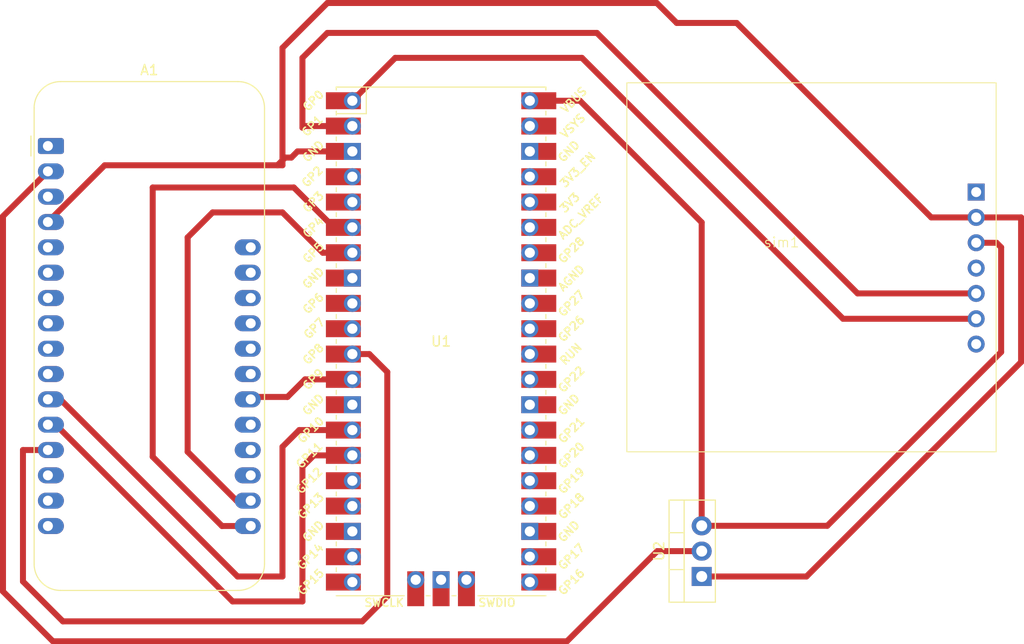
<source format=kicad_pcb>
(kicad_pcb (version 20240108) (generator "pcbnew") (generator_version "8.0")
  (layers (0 "F.Cu" signal) (31 "B.Cu" signal) (34 "B.Paste" user) (35 "F.Paste" user) (36 "B.SilkS" user "B.Silkscreen") (37 "F.SilkS" user "F.Silkscreen") (38 "B.Mask" user) (39 "F.Mask" user) (44 "Edge.Cuts" user))
  (net 0 "")
  (net 51 "Net-(A1-SCL)")
  (net 52 "Net-(A1-SDA)")
  (net 54 "Net-(A1-SCK)")
  (net 55 "Net-(A1-MISO)")
  (net 56 "Net-(A1-GND)")
  (net 57 "Net-(A1-3V3)")
  (net 58 "Net-(A1-MOSI)")
  (net 62 "Net-(U1-VBUS)")
  (net 63 "Net-(A1-D3)")
  (net 65 "Net-(U1-GPIO0)")
  (net 66 "Net-(U1-GPIO1)")
  (footprint "Module:Adafruit_Feather" (layer "F.Cu") (at 62.5 40.84)
    (property "Reference" "A1" (at 10.16 -7.62 0) (layer "F.SilkS"))
    (property "Value" "Adafruit_Feather_Generic")
    (fp_line (start -1.7 1) (end -1.7 -1) (stroke (width 0.12)) (layer "F.SilkS"))
    (fp_line (start -1.38 -3.81) (end -1.38 41.91) (stroke (width 0.12)) (layer "F.SilkS"))
    (fp_line (start 19.05 -6.46) (end 1.27 -6.46) (stroke (width 0.12)) (layer "F.SilkS"))
    (fp_line (start 19.05 44.56) (end 1.27 44.56) (stroke (width 0.12)) (layer "F.SilkS"))
    (fp_line (start 21.7 -3.81) (end 21.7 41.91) (stroke (width 0.12)) (layer "F.SilkS"))
    (fp_arc (start -1.38 -3.81) (mid -0.603833 -5.683833) (end 1.27 -6.46) (stroke (width 0.12)) (layer "F.SilkS"))
    (fp_arc (start 1.27 44.56) (mid -0.603833 43.783833) (end -1.38 41.91) (stroke (width 0.12)) (layer "F.SilkS"))
    (fp_arc (start 19.05 -6.46) (mid 20.923833 -5.683833) (end 21.7 -3.81) (stroke (width 0.12)) (layer "F.SilkS"))
    (fp_arc (start 21.7 41.91) (mid 20.923833 43.783833) (end 19.05 44.56) (stroke (width 0.12)) (layer "F.SilkS"))
    (pad "1" thru_hole roundrect (at 0 0) (size 2.6 1.6) (drill 1 (offset 0.3 0)) (layers "*.Cu" "*.Mask") (roundrect_rratio 0.15625))
    (pad "2" thru_hole oval (at 0 2.54) (size 2.6 1.6) (drill 1 (offset 0.3 0)) (layers "*.Cu" "*.Mask") (net 57 "Net-(A1-3V3)"))
    (pad "3" thru_hole oval (at 0 5.08) (size 2.6 1.6) (drill 1 (offset 0.3 0)) (layers "*.Cu" "*.Mask"))
    (pad "4" thru_hole oval (at 0 7.62) (size 2.6 1.6) (drill 1 (offset 0.3 0)) (layers "*.Cu" "*.Mask") (net 56 "Net-(A1-GND)"))
    (pad "5" thru_hole oval (at 0 10.16) (size 2.6 1.6) (drill 1 (offset 0.3 0)) (layers "*.Cu" "*.Mask"))
    (pad "6" thru_hole oval (at 0 12.7) (size 2.6 1.6) (drill 1 (offset 0.3 0)) (layers "*.Cu" "*.Mask"))
    (pad "7" thru_hole oval (at 0 15.24) (size 2.6 1.6) (drill 1 (offset 0.3 0)) (layers "*.Cu" "*.Mask"))
    (pad "8" thru_hole oval (at 0 17.78) (size 2.6 1.6) (drill 1 (offset 0.3 0)) (layers "*.Cu" "*.Mask"))
    (pad "9" thru_hole oval (at 0 20.32) (size 2.6 1.6) (drill 1 (offset 0.3 0)) (layers "*.Cu" "*.Mask"))
    (pad "10" thru_hole oval (at 0 22.86) (size 2.6 1.6) (drill 1 (offset 0.3 0)) (layers "*.Cu" "*.Mask"))
    (pad "11" thru_hole oval (at 0 25.4) (size 2.6 1.6) (drill 1 (offset 0.3 0)) (layers "*.Cu" "*.Mask") (net 54 "Net-(A1-SCK)"))
    (pad "12" thru_hole oval (at 0 27.94) (size 2.6 1.6) (drill 1 (offset 0.3 0)) (layers "*.Cu" "*.Mask") (net 58 "Net-(A1-MOSI)"))
    (pad "13" thru_hole oval (at 0 30.48) (size 2.6 1.6) (drill 1 (offset 0.3 0)) (layers "*.Cu" "*.Mask") (net 55 "Net-(A1-MISO)"))
    (pad "14" thru_hole oval (at 0 33.02) (size 2.6 1.6) (drill 1 (offset 0.3 0)) (layers "*.Cu" "*.Mask"))
    (pad "15" thru_hole oval (at 0 35.56) (size 2.6 1.6) (drill 1 (offset 0.3 0)) (layers "*.Cu" "*.Mask"))
    (pad "16" thru_hole oval (at 0 38.1) (size 2.6 1.6) (drill 1 (offset 0.3 0)) (layers "*.Cu" "*.Mask"))
    (pad "17" thru_hole oval (at 20.32 38.1 180) (size 2.6 1.6) (drill 1 (offset 0.3 0)) (layers "*.Cu" "*.Mask") (net 52 "Net-(A1-SDA)"))
    (pad "18" thru_hole oval (at 20.32 35.56 180) (size 2.6 1.6) (drill 1 (offset 0.3 0)) (layers "*.Cu" "*.Mask") (net 51 "Net-(A1-SCL)"))
    (pad "19" thru_hole oval (at 20.32 33.02 180) (size 2.6 1.6) (drill 1 (offset 0.3 0)) (layers "*.Cu" "*.Mask"))
    (pad "20" thru_hole oval (at 20.32 30.48 180) (size 2.6 1.6) (drill 1 (offset 0.3 0)) (layers "*.Cu" "*.Mask"))
    (pad "21" thru_hole oval (at 20.32 27.94 180) (size 2.6 1.6) (drill 1 (offset 0.3 0)) (layers "*.Cu" "*.Mask"))
    (pad "22" thru_hole oval (at 20.32 25.4 180) (size 2.6 1.6) (drill 1 (offset 0.3 0)) (layers "*.Cu" "*.Mask") (net 63 "Net-(A1-D3)"))
    (pad "23" thru_hole oval (at 20.32 22.86 180) (size 2.6 1.6) (drill 1 (offset 0.3 0)) (layers "*.Cu" "*.Mask"))
    (pad "24" thru_hole oval (at 20.32 20.32 180) (size 2.6 1.6) (drill 1 (offset 0.3 0)) (layers "*.Cu" "*.Mask"))
    (pad "25" thru_hole oval (at 20.32 17.78 180) (size 2.6 1.6) (drill 1 (offset 0.3 0)) (layers "*.Cu" "*.Mask"))
    (pad "26" thru_hole oval (at 20.32 15.24 180) (size 2.6 1.6) (drill 1 (offset 0.3 0)) (layers "*.Cu" "*.Mask"))
    (pad "27" thru_hole oval (at 20.32 12.7 180) (size 2.6 1.6) (drill 1 (offset 0.3 0)) (layers "*.Cu" "*.Mask"))
    (pad "28" thru_hole oval (at 20.32 10.16 180) (size 2.6 1.6) (drill 1 (offset 0.3 0)) (layers "*.Cu" "*.Mask"))
  )
  (footprint "Package_TO_SOT_THT:TO-220-3_Vertical" (layer "F.Cu") (at 128 84 90)
    (property "Reference" "U2" (at 2.54 -4.27 90) (layer "F.SilkS"))
    (property "Value" "LM1117T-3.3")
    (fp_line (start 7.66 -3.27) (end 7.66 1.371) (stroke (width 0.12)) (layer "F.SilkS"))
    (fp_line (start 4.391 -3.27) (end 4.391 -1.76) (stroke (width 0.12)) (layer "F.SilkS"))
    (fp_line (start 0.69 -3.27) (end 0.69 -1.76) (stroke (width 0.12)) (layer "F.SilkS"))
    (fp_line (start -2.58 -3.27) (end 7.66 -3.27) (stroke (width 0.12)) (layer "F.SilkS"))
    (fp_line (start -2.58 -3.27) (end -2.58 1.371) (stroke (width 0.12)) (layer "F.SilkS"))
    (fp_line (start -2.58 -1.76) (end 7.66 -1.76) (stroke (width 0.12)) (layer "F.SilkS"))
    (fp_line (start -2.58 1.371) (end 7.66 1.371) (stroke (width 0.12)) (layer "F.SilkS"))
    (pad "1" thru_hole rect (at 0 0 90) (size 1.905 2) (drill 1.1) (layers "*.Cu" "*.Mask") (net 56 "Net-(A1-GND)"))
    (pad "2" thru_hole oval (at 2.54 0 90) (size 1.905 2) (drill 1.1) (layers "*.Cu" "*.Mask") (net 57 "Net-(A1-3V3)"))
    (pad "3" thru_hole oval (at 5.08 0 90) (size 1.905 2) (drill 1.1) (layers "*.Cu" "*.Mask") (net 62 "Net-(U1-VBUS)"))
  )
  (footprint "RPi_Pico:RPi_Pico_SMD_TH" (layer "F.Cu") (at 101.89 60.43)
    (property "Reference" "U1" (at 0 0 0) (layer "F.SilkS"))
    (property "Value" "Pico")
    (fp_line (start -10.5 -25.5) (end -10.5 -25.2) (stroke (width 0.12)) (layer "F.SilkS"))
    (fp_line (start -10.5 -25.5) (end 10.5 -25.5) (stroke (width 0.12)) (layer "F.SilkS"))
    (fp_line (start -10.5 -23.1) (end -10.5 -22.7) (stroke (width 0.12)) (layer "F.SilkS"))
    (fp_line (start -10.5 -22.833) (end -7.493 -22.833) (stroke (width 0.12)) (layer "F.SilkS"))
    (fp_line (start -10.5 -20.5) (end -10.5 -20.1) (stroke (width 0.12)) (layer "F.SilkS"))
    (fp_line (start -10.5 -18) (end -10.5 -17.6) (stroke (width 0.12)) (layer "F.SilkS"))
    (fp_line (start -10.5 -15.4) (end -10.5 -15) (stroke (width 0.12)) (layer "F.SilkS"))
    (fp_line (start -10.5 -12.9) (end -10.5 -12.5) (stroke (width 0.12)) (layer "F.SilkS"))
    (fp_line (start -10.5 -10.4) (end -10.5 -10) (stroke (width 0.12)) (layer "F.SilkS"))
    (fp_line (start -10.5 -7.8) (end -10.5 -7.4) (stroke (width 0.12)) (layer "F.SilkS"))
    (fp_line (start -10.5 -5.3) (end -10.5 -4.9) (stroke (width 0.12)) (layer "F.SilkS"))
    (fp_line (start -10.5 -2.7) (end -10.5 -2.3) (stroke (width 0.12)) (layer "F.SilkS"))
    (fp_line (start -10.5 -0.2) (end -10.5 0.2) (stroke (width 0.12)) (layer "F.SilkS"))
    (fp_line (start -10.5 2.3) (end -10.5 2.7) (stroke (width 0.12)) (layer "F.SilkS"))
    (fp_line (start -10.5 4.9) (end -10.5 5.3) (stroke (width 0.12)) (layer "F.SilkS"))
    (fp_line (start -10.5 7.4) (end -10.5 7.8) (stroke (width 0.12)) (layer "F.SilkS"))
    (fp_line (start -10.5 10) (end -10.5 10.4) (stroke (width 0.12)) (layer "F.SilkS"))
    (fp_line (start -10.5 12.5) (end -10.5 12.9) (stroke (width 0.12)) (layer "F.SilkS"))
    (fp_line (start -10.5 15.1) (end -10.5 15.5) (stroke (width 0.12)) (layer "F.SilkS"))
    (fp_line (start -10.5 17.6) (end -10.5 18) (stroke (width 0.12)) (layer "F.SilkS"))
    (fp_line (start -10.5 20.1) (end -10.5 20.5) (stroke (width 0.12)) (layer "F.SilkS"))
    (fp_line (start -10.5 22.7) (end -10.5 23.1) (stroke (width 0.12)) (layer "F.SilkS"))
    (fp_line (start -7.493 -22.833) (end -7.493 -25.5) (stroke (width 0.12)) (layer "F.SilkS"))
    (fp_line (start -3.7 25.5) (end -10.5 25.5) (stroke (width 0.12)) (layer "F.SilkS"))
    (fp_line (start -1.5 25.5) (end -1.1 25.5) (stroke (width 0.12)) (layer "F.SilkS"))
    (fp_line (start 1.1 25.5) (end 1.5 25.5) (stroke (width 0.12)) (layer "F.SilkS"))
    (fp_line (start 10.5 -25.5) (end 10.5 -25.2) (stroke (width 0.12)) (layer "F.SilkS"))
    (fp_line (start 10.5 -23.1) (end 10.5 -22.7) (stroke (width 0.12)) (layer "F.SilkS"))
    (fp_line (start 10.5 -20.5) (end 10.5 -20.1) (stroke (width 0.12)) (layer "F.SilkS"))
    (fp_line (start 10.5 -18) (end 10.5 -17.6) (stroke (width 0.12)) (layer "F.SilkS"))
    (fp_line (start 10.5 -15.4) (end 10.5 -15) (stroke (width 0.12)) (layer "F.SilkS"))
    (fp_line (start 10.5 -12.9) (end 10.5 -12.5) (stroke (width 0.12)) (layer "F.SilkS"))
    (fp_line (start 10.5 -10.4) (end 10.5 -10) (stroke (width 0.12)) (layer "F.SilkS"))
    (fp_line (start 10.5 -7.8) (end 10.5 -7.4) (stroke (width 0.12)) (layer "F.SilkS"))
    (fp_line (start 10.5 -5.3) (end 10.5 -4.9) (stroke (width 0.12)) (layer "F.SilkS"))
    (fp_line (start 10.5 -2.7) (end 10.5 -2.3) (stroke (width 0.12)) (layer "F.SilkS"))
    (fp_line (start 10.5 -0.2) (end 10.5 0.2) (stroke (width 0.12)) (layer "F.SilkS"))
    (fp_line (start 10.5 2.3) (end 10.5 2.7) (stroke (width 0.12)) (layer "F.SilkS"))
    (fp_line (start 10.5 4.9) (end 10.5 5.3) (stroke (width 0.12)) (layer "F.SilkS"))
    (fp_line (start 10.5 7.4) (end 10.5 7.8) (stroke (width 0.12)) (layer "F.SilkS"))
    (fp_line (start 10.5 10) (end 10.5 10.4) (stroke (width 0.12)) (layer "F.SilkS"))
    (fp_line (start 10.5 12.5) (end 10.5 12.9) (stroke (width 0.12)) (layer "F.SilkS"))
    (fp_line (start 10.5 15.1) (end 10.5 15.5) (stroke (width 0.12)) (layer "F.SilkS"))
    (fp_line (start 10.5 17.6) (end 10.5 18) (stroke (width 0.12)) (layer "F.SilkS"))
    (fp_line (start 10.5 20.1) (end 10.5 20.5) (stroke (width 0.12)) (layer "F.SilkS"))
    (fp_line (start 10.5 22.7) (end 10.5 23.1) (stroke (width 0.12)) (layer "F.SilkS"))
    (fp_line (start 10.5 25.5) (end 3.7 25.5) (stroke (width 0.12)) (layer "F.SilkS"))
    (fp_text user "SWCLK" (at -5.7 26.2 0) (layer "F.SilkS") (effects (font (size 0.8 0.8))))
    (fp_text user "GP0" (at -12.8 -24.13 45) (layer "F.SilkS") (effects (font (size 0.8 0.8))))
    (fp_text user "GND" (at -12.8 -19.05 45) (layer "F.SilkS") (effects (font (size 0.8 0.8))))
    (fp_text user "GP26" (at 13.054 -1.27 45) (layer "F.SilkS") (effects (font (size 0.8 0.8))))
    (fp_text user "ADC_VREF" (at 14 -12.5 45) (layer "F.SilkS") (effects (font (size 0.8 0.8))))
    (fp_text user "RUN" (at 13 1.27 45) (layer "F.SilkS") (effects (font (size 0.8 0.8))))
    (fp_text user "GP28" (at 13.054 -9.144 45) (layer "F.SilkS") (effects (font (size 0.8 0.8))))
    (fp_text user "GND" (at -12.8 -6.35 45) (layer "F.SilkS") (effects (font (size 0.8 0.8))))
    (fp_text user "GND" (at 12.8 6.35 45) (layer "F.SilkS") (effects (font (size 0.8 0.8))))
    (fp_text user "GP22" (at 13.054 3.81 45) (layer "F.SilkS") (effects (font (size 0.8 0.8))))
    (fp_text user "GND" (at 12.8 -19.05 45) (layer "F.SilkS") (effects (font (size 0.8 0.8))))
    (fp_text user "GP20" (at 13.054 11.43 45) (layer "F.SilkS") (effects (font (size 0.8 0.8))))
    (fp_text user "GP27" (at 13.054 -3.8 45) (layer "F.SilkS") (effects (font (size 0.8 0.8))))
    (fp_text user "GP4" (at -12.8 -11.43 45) (layer "F.SilkS") (effects (font (size 0.8 0.8))))
    (fp_text user "VBUS" (at 13.3 -24.2 45) (layer "F.SilkS") (effects (font (size 0.8 0.8))))
    (fp_text user "GP3" (at -12.8 -13.97 45) (layer "F.SilkS") (effects (font (size 0.8 0.8))))
    (fp_text user "GP7" (at -12.7 -1.3 45) (layer "F.SilkS") (effects (font (size 0.8 0.8))))
    (fp_text user "GP16" (at 13.054 24.13 45) (layer "F.SilkS") (effects (font (size 0.8 0.8))))
    (fp_text user "GP19" (at 13.054 13.97 45) (layer "F.SilkS") (effects (font (size 0.8 0.8))))
    (fp_text user "VSYS" (at 13.2 -21.59 45) (layer "F.SilkS") (effects (font (size 0.8 0.8))))
    (fp_text user "GP1" (at -12.9 -21.6 45) (layer "F.SilkS") (effects (font (size 0.8 0.8))))
    (fp_text user "3V3" (at 12.9 -13.9 45) (layer "F.SilkS") (effects (font (size 0.8 0.8))))
    (fp_text user "GP14" (at -13.1 21.59 45) (layer "F.SilkS") (effects (font (size 0.8 0.8))))
    (fp_text user "AGND" (at 13.054 -6.35 45) (layer "F.SilkS") (effects (font (size 0.8 0.8))))
    (fp_text user "GP15" (at -13.054 24.13 45) (layer "F.SilkS") (effects (font (size 0.8 0.8))))
    (fp_text user "GP12" (at -13.2 13.97 45) (layer "F.SilkS") (effects (font (size 0.8 0.8))))
    (fp_text user "GP21" (at 13.054 8.9 45) (layer "F.SilkS") (effects (font (size 0.8 0.8))))
    (fp_text user "GP6" (at -12.8 -3.81 45) (layer "F.SilkS") (effects (font (size 0.8 0.8))))
    (fp_text user "GP9" (at -12.8 3.81 45) (layer "F.SilkS") (effects (font (size 0.8 0.8))))
    (fp_text user "GP2" (at -12.9 -16.51 45) (layer "F.SilkS") (effects (font (size 0.8 0.8))))
    (fp_text user "GP11" (at -13.2 11.43 45) (layer "F.SilkS") (effects (font (size 0.8 0.8))))
    (fp_text user "3V3_EN" (at 13.7 -17.2 45) (layer "F.SilkS") (effects (font (size 0.8 0.8))))
    (fp_text user "GP18" (at 13.054 16.51 45) (layer "F.SilkS") (effects (font (size 0.8 0.8))))
    (fp_text user "SWDIO" (at 5.6 26.2 0) (layer "F.SilkS") (effects (font (size 0.8 0.8))))
    (fp_text user "GND" (at -12.8 19.05 45) (layer "F.SilkS") (effects (font (size 0.8 0.8))))
    (fp_text user "GND" (at 12.8 19.05 45) (layer "F.SilkS") (effects (font (size 0.8 0.8))))
    (fp_text user "GP8" (at -12.8 1.27 45) (layer "F.SilkS") (effects (font (size 0.8 0.8))))
    (fp_text user "GP10" (at -13.054 8.89 45) (layer "F.SilkS") (effects (font (size 0.8 0.8))))
    (fp_text user "GP17" (at 13.054 21.59 45) (layer "F.SilkS") (effects (font (size 0.8 0.8))))
    (fp_text user "GP13" (at -13.054 16.51 45) (layer "F.SilkS") (effects (font (size 0.8 0.8))))
    (fp_text user "GP5" (at -12.8 -8.89 45) (layer "F.SilkS") (effects (font (size 0.8 0.8))))
    (fp_text user "GND" (at -12.8 6.35 45) (layer "F.SilkS") (effects (font (size 0.8 0.8))))
    (pad "" np_thru_hole oval (at -2.725 -24) (size 1.8 1.8) (drill 1.8) (layers "*.Cu" "*.Mask"))
    (pad "" np_thru_hole oval (at -2.425 -20.97) (size 1.5 1.5) (drill 1.5) (layers "*.Cu" "*.Mask"))
    (pad "" np_thru_hole oval (at 2.425 -20.97) (size 1.5 1.5) (drill 1.5) (layers "*.Cu" "*.Mask"))
    (pad "" np_thru_hole oval (at 2.725 -24) (size 1.8 1.8) (drill 1.8) (layers "*.Cu" "*.Mask"))
    (pad "1" thru_hole oval (at -8.89 -24.13) (size 1.7 1.7) (drill 1.02) (layers "*.Cu" "*.Mask") (net 65 "Net-(U1-GPIO0)"))
    (pad "1" smd rect (at -8.89 -24.13) (size 3.5 1.7) (drill (offset -0.9 0)) (layers "F.Cu" "F.Mask") (net 65 "Net-(U1-GPIO0)"))
    (pad "2" thru_hole oval (at -8.89 -21.59) (size 1.7 1.7) (drill 1.02) (layers "*.Cu" "*.Mask") (net 66 "Net-(U1-GPIO1)"))
    (pad "2" smd rect (at -8.89 -21.59) (size 3.5 1.7) (drill (offset -0.9 0)) (layers "F.Cu" "F.Mask") (net 66 "Net-(U1-GPIO1)"))
    (pad "3" thru_hole rect (at -8.89 -19.05) (size 1.7 1.7) (drill 1.02) (layers "*.Cu" "*.Mask") (net 56 "Net-(A1-GND)"))
    (pad "3" smd rect (at -8.89 -19.05) (size 3.5 1.7) (drill (offset -0.9 0)) (layers "F.Cu" "F.Mask") (net 56 "Net-(A1-GND)"))
    (pad "4" thru_hole oval (at -8.89 -16.51) (size 1.7 1.7) (drill 1.02) (layers "*.Cu" "*.Mask"))
    (pad "4" smd rect (at -8.89 -16.51) (size 3.5 1.7) (drill (offset -0.9 0)) (layers "F.Cu" "F.Mask"))
    (pad "5" thru_hole oval (at -8.89 -13.97) (size 1.7 1.7) (drill 1.02) (layers "*.Cu" "*.Mask"))
    (pad "5" smd rect (at -8.89 -13.97) (size 3.5 1.7) (drill (offset -0.9 0)) (layers "F.Cu" "F.Mask"))
    (pad "6" thru_hole oval (at -8.89 -11.43) (size 1.7 1.7) (drill 1.02) (layers "*.Cu" "*.Mask") (net 52 "Net-(A1-SDA)"))
    (pad "6" smd rect (at -8.89 -11.43) (size 3.5 1.7) (drill (offset -0.9 0)) (layers "F.Cu" "F.Mask") (net 52 "Net-(A1-SDA)"))
    (pad "7" thru_hole oval (at -8.89 -8.89) (size 1.7 1.7) (drill 1.02) (layers "*.Cu" "*.Mask") (net 51 "Net-(A1-SCL)"))
    (pad "7" smd rect (at -8.89 -8.89) (size 3.5 1.7) (drill (offset -0.9 0)) (layers "F.Cu" "F.Mask") (net 51 "Net-(A1-SCL)"))
    (pad "8" thru_hole rect (at -8.89 -6.35) (size 1.7 1.7) (drill 1.02) (layers "*.Cu" "*.Mask"))
    (pad "8" smd rect (at -8.89 -6.35) (size 3.5 1.7) (drill (offset -0.9 0)) (layers "F.Cu" "F.Mask"))
    (pad "9" thru_hole oval (at -8.89 -3.81) (size 1.7 1.7) (drill 1.02) (layers "*.Cu" "*.Mask"))
    (pad "9" smd rect (at -8.89 -3.81) (size 3.5 1.7) (drill (offset -0.9 0)) (layers "F.Cu" "F.Mask"))
    (pad "10" thru_hole oval (at -8.89 -1.27) (size 1.7 1.7) (drill 1.02) (layers "*.Cu" "*.Mask"))
    (pad "10" smd rect (at -8.89 -1.27) (size 3.5 1.7) (drill (offset -0.9 0)) (layers "F.Cu" "F.Mask"))
    (pad "11" thru_hole oval (at -8.89 1.27) (size 1.7 1.7) (drill 1.02) (layers "*.Cu" "*.Mask") (net 55 "Net-(A1-MISO)"))
    (pad "11" smd rect (at -8.89 1.27) (size 3.5 1.7) (drill (offset -0.9 0)) (layers "F.Cu" "F.Mask") (net 55 "Net-(A1-MISO)"))
    (pad "12" thru_hole oval (at -8.89 3.81) (size 1.7 1.7) (drill 1.02) (layers "*.Cu" "*.Mask") (net 63 "Net-(A1-D3)"))
    (pad "12" smd rect (at -8.89 3.81) (size 3.5 1.7) (drill (offset -0.9 0)) (layers "F.Cu" "F.Mask") (net 63 "Net-(A1-D3)"))
    (pad "13" thru_hole rect (at -8.89 6.35) (size 1.7 1.7) (drill 1.02) (layers "*.Cu" "*.Mask"))
    (pad "13" smd rect (at -8.89 6.35) (size 3.5 1.7) (drill (offset -0.9 0)) (layers "F.Cu" "F.Mask"))
    (pad "14" thru_hole oval (at -8.89 8.89) (size 1.7 1.7) (drill 1.02) (layers "*.Cu" "*.Mask") (net 54 "Net-(A1-SCK)"))
    (pad "14" smd rect (at -8.89 8.89) (size 3.5 1.7) (drill (offset -0.9 0)) (layers "F.Cu" "F.Mask") (net 54 "Net-(A1-SCK)"))
    (pad "15" thru_hole oval (at -8.89 11.43) (size 1.7 1.7) (drill 1.02) (layers "*.Cu" "*.Mask") (net 58 "Net-(A1-MOSI)"))
    (pad "15" smd rect (at -8.89 11.43) (size 3.5 1.7) (drill (offset -0.9 0)) (layers "F.Cu" "F.Mask") (net 58 "Net-(A1-MOSI)"))
    (pad "16" thru_hole oval (at -8.89 13.97) (size 1.7 1.7) (drill 1.02) (layers "*.Cu" "*.Mask"))
    (pad "16" smd rect (at -8.89 13.97) (size 3.5 1.7) (drill (offset -0.9 0)) (layers "F.Cu" "F.Mask"))
    (pad "17" thru_hole oval (at -8.89 16.51) (size 1.7 1.7) (drill 1.02) (layers "*.Cu" "*.Mask"))
    (pad "17" smd rect (at -8.89 16.51) (size 3.5 1.7) (drill (offset -0.9 0)) (layers "F.Cu" "F.Mask"))
    (pad "18" thru_hole rect (at -8.89 19.05) (size 1.7 1.7) (drill 1.02) (layers "*.Cu" "*.Mask"))
    (pad "18" smd rect (at -8.89 19.05) (size 3.5 1.7) (drill (offset -0.9 0)) (layers "F.Cu" "F.Mask"))
    (pad "19" thru_hole oval (at -8.89 21.59) (size 1.7 1.7) (drill 1.02) (layers "*.Cu" "*.Mask"))
    (pad "19" smd rect (at -8.89 21.59) (size 3.5 1.7) (drill (offset -0.9 0)) (layers "F.Cu" "F.Mask"))
    (pad "20" thru_hole oval (at -8.89 24.13) (size 1.7 1.7) (drill 1.02) (layers "*.Cu" "*.Mask"))
    (pad "20" smd rect (at -8.89 24.13) (size 3.5 1.7) (drill (offset -0.9 0)) (layers "F.Cu" "F.Mask"))
    (pad "21" thru_hole oval (at 8.89 24.13) (size 1.7 1.7) (drill 1.02) (layers "*.Cu" "*.Mask"))
    (pad "21" smd rect (at 8.89 24.13) (size 3.5 1.7) (drill (offset 0.9 0)) (layers "F.Cu" "F.Mask"))
    (pad "22" thru_hole oval (at 8.89 21.59) (size 1.7 1.7) (drill 1.02) (layers "*.Cu" "*.Mask"))
    (pad "22" smd rect (at 8.89 21.59) (size 3.5 1.7) (drill (offset 0.9 0)) (layers "F.Cu" "F.Mask"))
    (pad "23" thru_hole rect (at 8.89 19.05) (size 1.7 1.7) (drill 1.02) (layers "*.Cu" "*.Mask"))
    (pad "23" smd rect (at 8.89 19.05) (size 3.5 1.7) (drill (offset 0.9 0)) (layers "F.Cu" "F.Mask"))
    (pad "24" thru_hole oval (at 8.89 16.51) (size 1.7 1.7) (drill 1.02) (layers "*.Cu" "*.Mask"))
    (pad "24" smd rect (at 8.89 16.51) (size 3.5 1.7) (drill (offset 0.9 0)) (layers "F.Cu" "F.Mask"))
    (pad "25" thru_hole oval (at 8.89 13.97) (size 1.7 1.7) (drill 1.02) (layers "*.Cu" "*.Mask"))
    (pad "25" smd rect (at 8.89 13.97) (size 3.5 1.7) (drill (offset 0.9 0)) (layers "F.Cu" "F.Mask"))
    (pad "26" thru_hole oval (at 8.89 11.43) (size 1.7 1.7) (drill 1.02) (layers "*.Cu" "*.Mask"))
    (pad "26" smd rect (at 8.89 11.43) (size 3.5 1.7) (drill (offset 0.9 0)) (layers "F.Cu" "F.Mask"))
    (pad "27" thru_hole oval (at 8.89 8.89) (size 1.7 1.7) (drill 1.02) (layers "*.Cu" "*.Mask"))
    (pad "27" smd rect (at 8.89 8.89) (size 3.5 1.7) (drill (offset 0.9 0)) (layers "F.Cu" "F.Mask"))
    (pad "28" thru_hole rect (at 8.89 6.35) (size 1.7 1.7) (drill 1.02) (layers "*.Cu" "*.Mask"))
    (pad "28" smd rect (at 8.89 6.35) (size 3.5 1.7) (drill (offset 0.9 0)) (layers "F.Cu" "F.Mask"))
    (pad "29" thru_hole oval (at 8.89 3.81) (size 1.7 1.7) (drill 1.02) (layers "*.Cu" "*.Mask"))
    (pad "29" smd rect (at 8.89 3.81) (size 3.5 1.7) (drill (offset 0.9 0)) (layers "F.Cu" "F.Mask"))
    (pad "30" thru_hole oval (at 8.89 1.27) (size 1.7 1.7) (drill 1.02) (layers "*.Cu" "*.Mask"))
    (pad "30" smd rect (at 8.89 1.27) (size 3.5 1.7) (drill (offset 0.9 0)) (layers "F.Cu" "F.Mask"))
    (pad "31" thru_hole oval (at 8.89 -1.27) (size 1.7 1.7) (drill 1.02) (layers "*.Cu" "*.Mask"))
    (pad "31" smd rect (at 8.89 -1.27) (size 3.5 1.7) (drill (offset 0.9 0)) (layers "F.Cu" "F.Mask"))
    (pad "32" thru_hole oval (at 8.89 -3.81) (size 1.7 1.7) (drill 1.02) (layers "*.Cu" "*.Mask"))
    (pad "32" smd rect (at 8.89 -3.81) (size 3.5 1.7) (drill (offset 0.9 0)) (layers "F.Cu" "F.Mask"))
    (pad "33" thru_hole rect (at 8.89 -6.35) (size 1.7 1.7) (drill 1.02) (layers "*.Cu" "*.Mask"))
    (pad "33" smd rect (at 8.89 -6.35) (size 3.5 1.7) (drill (offset 0.9 0)) (layers "F.Cu" "F.Mask"))
    (pad "34" thru_hole oval (at 8.89 -8.89) (size 1.7 1.7) (drill 1.02) (layers "*.Cu" "*.Mask"))
    (pad "34" smd rect (at 8.89 -8.89) (size 3.5 1.7) (drill (offset 0.9 0)) (layers "F.Cu" "F.Mask"))
    (pad "35" thru_hole oval (at 8.89 -11.43) (size 1.7 1.7) (drill 1.02) (layers "*.Cu" "*.Mask"))
    (pad "35" smd rect (at 8.89 -11.43) (size 3.5 1.7) (drill (offset 0.9 0)) (layers "F.Cu" "F.Mask"))
    (pad "36" thru_hole oval (at 8.89 -13.97) (size 1.7 1.7) (drill 1.02) (layers "*.Cu" "*.Mask"))
    (pad "36" smd rect (at 8.89 -13.97) (size 3.5 1.7) (drill (offset 0.9 0)) (layers "F.Cu" "F.Mask"))
    (pad "37" thru_hole oval (at 8.89 -16.51) (size 1.7 1.7) (drill 1.02) (layers "*.Cu" "*.Mask"))
    (pad "37" smd rect (at 8.89 -16.51) (size 3.5 1.7) (drill (offset 0.9 0)) (layers "F.Cu" "F.Mask"))
    (pad "38" thru_hole rect (at 8.89 -19.05) (size 1.7 1.7) (drill 1.02) (layers "*.Cu" "*.Mask"))
    (pad "38" smd rect (at 8.89 -19.05) (size 3.5 1.7) (drill (offset 0.9 0)) (layers "F.Cu" "F.Mask"))
    (pad "39" thru_hole oval (at 8.89 -21.59) (size 1.7 1.7) (drill 1.02) (layers "*.Cu" "*.Mask"))
    (pad "39" smd rect (at 8.89 -21.59) (size 3.5 1.7) (drill (offset 0.9 0)) (layers "F.Cu" "F.Mask"))
    (pad "40" thru_hole oval (at 8.89 -24.13) (size 1.7 1.7) (drill 1.02) (layers "*.Cu" "*.Mask") (net 62 "Net-(U1-VBUS)"))
    (pad "40" smd rect (at 8.89 -24.13) (size 3.5 1.7) (drill (offset 0.9 0)) (layers "F.Cu" "F.Mask") (net 62 "Net-(U1-VBUS)"))
    (pad "41" thru_hole oval (at -2.54 23.9) (size 1.7 1.7) (drill 1.02) (layers "*.Cu" "*.Mask"))
    (pad "41" smd rect (at -2.54 23.9 90) (size 3.5 1.7) (drill (offset -0.9 0)) (layers "F.Cu" "F.Mask"))
    (pad "42" thru_hole rect (at 0 23.9) (size 1.7 1.7) (drill 1.02) (layers "*.Cu" "*.Mask"))
    (pad "42" smd rect (at 0 23.9 90) (size 3.5 1.7) (drill (offset -0.9 0)) (layers "F.Cu" "F.Mask"))
    (pad "43" thru_hole oval (at 2.54 23.9) (size 1.7 1.7) (drill 1.02) (layers "*.Cu" "*.Mask"))
    (pad "43" smd rect (at 2.54 23.9 90) (size 3.5 1.7) (drill (offset -0.9 0)) (layers "F.Cu" "F.Mask"))
  )
  (footprint "sim7670:sim7670_module" (layer "F.Cu") (at 136 51)
    (property "Reference" "sim1" (at 0 -0.5 0) (layer "F.SilkS") (effects (font (thickness 0.1))))
    (property "Value" "~")
    (fp_rect (start -15.5 -16.5) (end 21.5 20.5) (stroke (width 0.1)) (fill none) (layer "F.SilkS"))
    (pad "1" thru_hole rect (at 19.5 -5.54) (size 1.7 1.7) (drill 1) (layers "*.Cu" "*.Mask"))
    (pad "2" thru_hole oval (at 19.5 -3) (size 1.7 1.7) (drill 1) (layers "*.Cu" "*.Mask") (net 56 "Net-(A1-GND)"))
    (pad "3" thru_hole oval (at 19.5 -0.46) (size 1.7 1.7) (drill 1) (layers "*.Cu" "*.Mask") (net 62 "Net-(U1-VBUS)"))
    (pad "4" thru_hole oval (at 19.5 2.08) (size 1.7 1.7) (drill 1) (layers "*.Cu" "*.Mask"))
    (pad "5" thru_hole oval (at 19.5 4.62) (size 1.7 1.7) (drill 1) (layers "*.Cu" "*.Mask") (net 66 "Net-(U1-GPIO1)"))
    (pad "6" thru_hole oval (at 19.5 7.16) (size 1.7 1.7) (drill 1) (layers "*.Cu" "*.Mask") (net 65 "Net-(U1-GPIO0)"))
    (pad "7" thru_hole oval (at 19.5 9.7) (size 1.7 1.7) (drill 1) (layers "*.Cu" "*.Mask"))
  )
  (segment (start 81.4 76.4) (end 82.82 76.4) (width 0.6) (layer "F.Cu") (net 51))
  (segment (start 93 51.54) (end 90.04 51.54) (width 0.6) (layer "F.Cu") (net 51))
  (segment (start 76.5 50) (end 76.5 71.5) (width 0.6) (layer "F.Cu") (net 51))
  (segment (start 79 47.5) (end 76.5 50) (width 0.6) (layer "F.Cu") (net 51))
  (segment (start 86 47.5) (end 79 47.5) (width 0.6) (layer "F.Cu") (net 51))
  (segment (start 76.5 71.5) (end 81.4 76.4) (width 0.6) (layer "F.Cu") (net 51))
  (segment (start 90.04 51.54) (end 86 47.5) (width 0.6) (layer "F.Cu") (net 51))
  (segment (start 93 49) (end 91.14 49) (width 0.6) (layer "F.Cu") (net 52))
  (segment (start 91.14 49) (end 87.14 45) (width 0.6) (layer "F.Cu") (net 52))
  (segment (start 87.14 45) (end 73 45) (width 0.6) (layer "F.Cu") (net 52))
  (segment (start 73 72) (end 79.94 78.94) (width 0.6) (layer "F.Cu") (net 52))
  (segment (start 73 45) (end 73 72) (width 0.6) (layer "F.Cu") (net 52))
  (segment (start 79.94 78.94) (end 82.82 78.94) (width 0.6) (layer "F.Cu") (net 52))
  (segment (start 62.5 66.24) (end 63.74 66.24) (width 0.6) (layer "F.Cu") (net 54))
  (segment (start 86 71) (end 87.68 69.32) (width 0.6) (layer "F.Cu") (net 54))
  (segment (start 63.74 66.24) (end 81.5 84) (width 0.6) (layer "F.Cu") (net 54))
  (segment (start 86 84) (end 86 71) (width 0.6) (layer "F.Cu") (net 54))
  (segment (start 87.68 69.32) (end 93 69.32) (width 0.6) (layer "F.Cu") (net 54))
  (segment (start 81.5 84) (end 86 84) (width 0.6) (layer "F.Cu") (net 54))
  (segment (start 94.7 61.7) (end 96.5 63.5) (width 0.6) (layer "F.Cu") (net 55))
  (segment (start 94 88.5) (end 64 88.5) (width 0.6) (layer "F.Cu") (net 55))
  (segment (start 60 71.32) (end 62.5 71.32) (width 0.6) (layer "F.Cu") (net 55))
  (segment (start 96.5 63.5) (end 96.5 86) (width 0.6) (layer "F.Cu") (net 55))
  (segment (start 93 61.7) (end 94.7 61.7) (width 0.6) (layer "F.Cu") (net 55))
  (segment (start 96.5 86) (end 94 88.5) (width 0.6) (layer "F.Cu") (net 55))
  (segment (start 64 88.5) (end 60 84.5) (width 0.6) (layer "F.Cu") (net 55))
  (segment (start 60 84.5) (end 60 71.32) (width 0.6) (layer "F.Cu") (net 55))
  (segment (start 68.19 42.77) (end 85.5 42.77) (width 0.6) (layer "F.Cu") (net 56))
  (segment (start 138.5 84) (end 128 84) (width 0.6) (layer "F.Cu") (net 56))
  (segment (start 90.5 26.5) (end 123.5 26.5) (width 0.6) (layer "F.Cu") (net 56))
  (segment (start 151 48) (end 155.5 48) (width 0.6) (layer "F.Cu") (net 56))
  (segment (start 85.5 42.77) (end 86 42.77) (width 0.6) (layer "F.Cu") (net 56))
  (segment (start 155.5 48) (end 160 48) (width 0.6) (layer "F.Cu") (net 56))
  (segment (start 131.5 28.5) (end 151 48) (width 0.6) (layer "F.Cu") (net 56))
  (segment (start 86.27 42) (end 86.89 42) (width 0.6) (layer "F.Cu") (net 56))
  (segment (start 87.51 41.38) (end 93 41.38) (width 0.6) (layer "F.Cu") (net 56))
  (segment (start 86.89 42) (end 87.51 41.38) (width 0.6) (layer "F.Cu") (net 56))
  (segment (start 160 62.5) (end 138.5 84) (width 0.6) (layer "F.Cu") (net 56))
  (segment (start 62.5 48.46) (end 68.19 42.77) (width 0.6) (layer "F.Cu") (net 56))
  (segment (start 85.5 42.77) (end 86.27 42) (width 0.6) (layer "F.Cu") (net 56))
  (segment (start 123.5 26.5) (end 125.5 28.5) (width 0.6) (layer "F.Cu") (net 56))
  (segment (start 86 42.77) (end 86 31) (width 0.6) (layer "F.Cu") (net 56))
  (segment (start 125.5 28.5) (end 131.5 28.5) (width 0.6) (layer "F.Cu") (net 56))
  (segment (start 86 31) (end 90.5 26.5) (width 0.6) (layer "F.Cu") (net 56))
  (segment (start 160 48) (end 160 62.5) (width 0.6) (layer "F.Cu") (net 56))
  (segment (start 114.5 90.5) (end 123.54 81.46) (width 0.6) (layer "F.Cu") (net 57))
  (segment (start 62.5 43.38) (end 58 47.88) (width 0.6) (layer "F.Cu") (net 57))
  (segment (start 123.54 81.46) (end 128 81.46) (width 0.6) (layer "F.Cu") (net 57))
  (segment (start 58 47.88) (end 58 85.5) (width 0.6) (layer "F.Cu") (net 57))
  (segment (start 58 85.5) (end 63 90.5) (width 0.6) (layer "F.Cu") (net 57))
  (segment (start 63 90.5) (end 114.5 90.5) (width 0.6) (layer "F.Cu") (net 57))
  (segment (start 81 86.5) (end 63.28 68.78) (width 0.6) (layer "F.Cu") (net 58))
  (segment (start 63.28 68.78) (end 62.5 68.78) (width 0.6) (layer "F.Cu") (net 58))
  (segment (start 88 73) (end 88 86.5) (width 0.6) (layer "F.Cu") (net 58))
  (segment (start 93 71.86) (end 89.14 71.86) (width 0.6) (layer "F.Cu") (net 58))
  (segment (start 88 86.5) (end 81 86.5) (width 0.6) (layer "F.Cu") (net 58))
  (segment (start 89.14 71.86) (end 88 73) (width 0.6) (layer "F.Cu") (net 58))
  (segment (start 128 78.92) (end 128 48.5) (width 0.6) (layer "F.Cu") (net 62))
  (segment (start 140.58 78.92) (end 128 78.92) (width 0.6) (layer "F.Cu") (net 62))
  (segment (start 158 51) (end 158 61.5) (width 0.6) (layer "F.Cu") (net 62))
  (segment (start 157.54 50.54) (end 158 51) (width 0.6) (layer "F.Cu") (net 62))
  (segment (start 128 48.5) (end 115.8 36.3) (width 0.6) (layer "F.Cu") (net 62))
  (segment (start 158 61.5) (end 140.58 78.92) (width 0.6) (layer "F.Cu") (net 62))
  (segment (start 155.5 50.54) (end 157.54 50.54) (width 0.6) (layer "F.Cu") (net 62))
  (segment (start 115.8 36.3) (end 110.78 36.3) (width 0.6) (layer "F.Cu") (net 62))
  (segment (start 83.06 66) (end 82.82 66.24) (width 0.6) (layer "F.Cu") (net 63))
  (segment (start 86.5 66) (end 83.06 66) (width 0.6) (layer "F.Cu") (net 63))
  (segment (start 88.26 64.24) (end 86.5 66) (width 0.6) (layer "F.Cu") (net 63))
  (segment (start 93 64.24) (end 88.26 64.24) (width 0.6) (layer "F.Cu") (net 63))
  (segment (start 116 32) (end 97.3 32) (width 0.6) (layer "F.Cu") (net 65))
  (segment (start 97.3 32) (end 93 36.3) (width 0.6) (layer "F.Cu") (net 65))
  (segment (start 155.5 58.16) (end 142.16 58.16) (width 0.6) (layer "F.Cu") (net 65))
  (segment (start 142.16 58.16) (end 116 32) (width 0.6) (layer "F.Cu") (net 65))
  (segment (start 88 32) (end 88 39) (width 0.6) (layer "F.Cu") (net 66))
  (segment (start 117.5 29.5) (end 90.5 29.5) (width 0.6) (layer "F.Cu") (net 66))
  (segment (start 155.5 55.62) (end 143.62 55.62) (width 0.6) (layer "F.Cu") (net 66))
  (segment (start 143.62 55.62) (end 117.5 29.5) (width 0.6) (layer "F.Cu") (net 66))
  (segment (start 90.5 29.5) (end 88 32) (width 0.6) (layer "F.Cu") (net 66))
  (segment (start 88 39) (end 88.16 38.84) (width 0.6) (layer "F.Cu") (net 66))
  (segment (start 88.16 38.84) (end 93 38.84) (width 0.6) (layer "F.Cu") (net 66))
)
</source>
